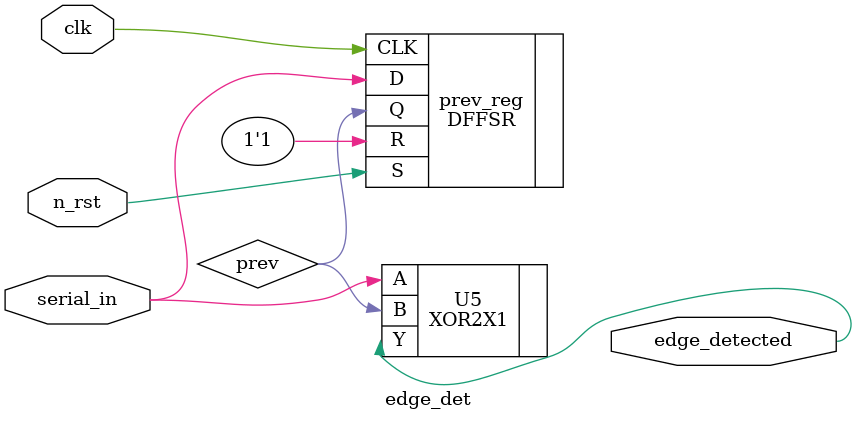
<source format=v>


module edge_det ( clk, n_rst, serial_in, edge_detected );
  input clk, n_rst, serial_in;
  output edge_detected;
  wire   prev;

  DFFSR prev_reg ( .D(serial_in), .CLK(clk), .R(1'b1), .S(n_rst), .Q(prev) );
  XOR2X1 U5 ( .A(serial_in), .B(prev), .Y(edge_detected) );
endmodule


</source>
